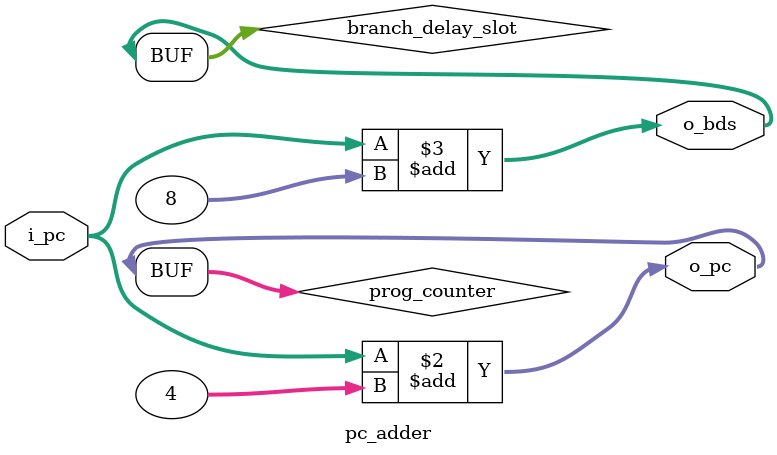
<source format=v>
/**

**/

module pc_adder
    #(
        // Parameters
        parameter   PC_SZ   =   32,     // Number of bits
    )
    (
        // Inputs
        input wire [PC_SZ-1 : 0]        i_pc,                       // Input PC
        // Outputs
        output wire [PC_SZ-1 : 0]       o_pc,                       // Output PC
        output wire [PC_SZ-1 : 0]       o_bds                       // Branch Delay Slot
    );

    //! Signal Declaration
    reg [PC_SZ-1 : 0]               prog_counter;
    reg [PC_SZ-1 : 0]               branch_delay_slot;

    // Body
    always @(*) 
    begin
        prog_counter = i_pc + 4;
        branch_delay_slot = i_pc + 8;
    end

    //! Assignments
    assign o_pc = prog_counter;
    assign o_bds = branch_delay_slot;

endmodule
</source>
